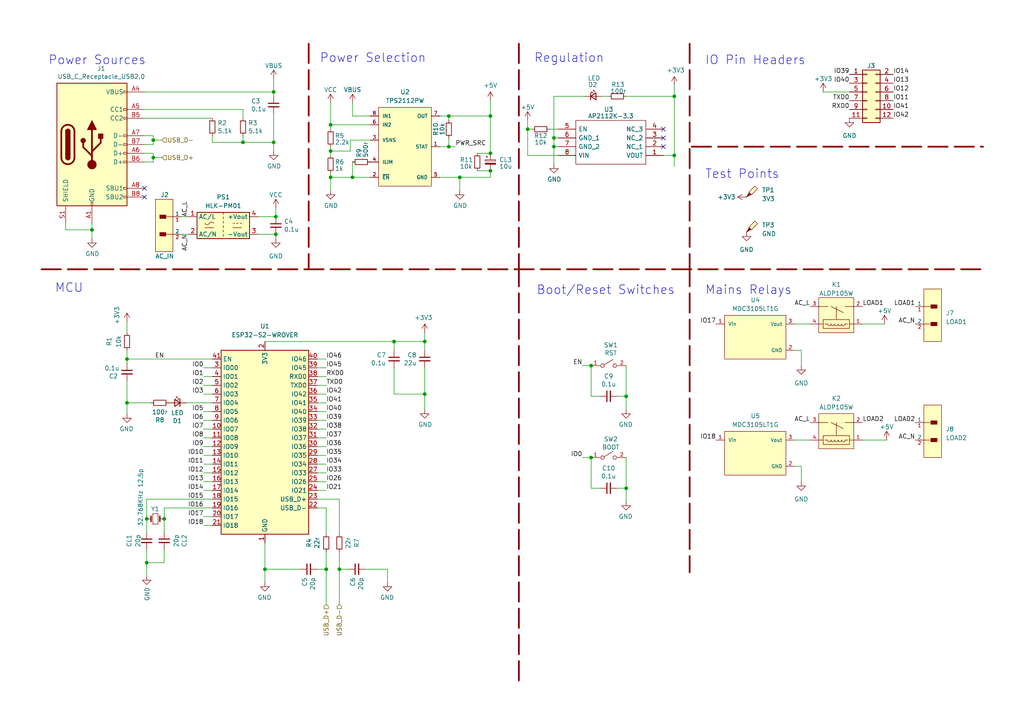
<source format=kicad_sch>
(kicad_sch (version 20210406) (generator eeschema)
  (paper "A4")
  (lib_symbols
    (symbol "Connector:TestPoint_Probe" (pin_numbers hide) (pin_names (offset 0.762) hide)
      (property "Reference" "TP" (at 1.651 5.842 0))
      (property "Value" "TestPoint_Probe" (at 1.651 4.064 0))
      (symbol "TestPoint_Probe_1_1"
        (pin passive line (at 0 0 90) (length 0) (name "1") (number "1"))
      )
    )
    (symbol "Connector:USB_C_Receptacle_USB2.0" (pin_names (offset 1.016))
      (property "Reference" "J" (at 2.7178 22.0218 0))
      (property "Value" "USB_C_Receptacle_USB2.0" (at 2.7178 19.7104 0))
      (symbol "USB_C_Receptacle_USB2.0_1_1"
        (pin passive line (at 0 -22.86 90) (length 5.08) (name "GND") (number "A1"))
        (pin passive line (at 0 -22.86 90) (length 5.08) hide (name "GND") (number "A12"))
        (pin passive line (at 15.24 15.24 180) (length 5.08) (name "VBUS") (number "A4"))
        (pin bidirectional line (at 15.24 10.16 180) (length 5.08) (name "CC1") (number "A5"))
        (pin bidirectional line (at 15.24 -2.54 180) (length 5.08) (name "D+") (number "A6"))
        (pin bidirectional line (at 15.24 2.54 180) (length 5.08) (name "D-") (number "A7"))
        (pin bidirectional line (at 15.24 -12.7 180) (length 5.08) (name "SBU1") (number "A8"))
        (pin power_out line (at 15.24 15.24 180) (length 5.08) hide (name "VBUS") (number "A9"))
        (pin passive line (at 0 -22.86 90) (length 5.08) hide (name "GND") (number "B1"))
        (pin passive line (at 0 -22.86 90) (length 5.08) hide (name "GND") (number "B12"))
        (pin passive line (at 15.24 15.24 180) (length 5.08) hide (name "VBUS") (number "B4"))
        (pin bidirectional line (at 15.24 7.62 180) (length 5.08) (name "CC2") (number "B5"))
        (pin bidirectional line (at 15.24 -5.08 180) (length 5.08) (name "D+") (number "B6"))
        (pin bidirectional line (at 15.24 0 180) (length 5.08) (name "D-") (number "B7"))
        (pin bidirectional line (at 15.24 -15.24 180) (length 5.08) (name "SBU2") (number "B8"))
        (pin passive line (at 15.24 15.24 180) (length 5.08) hide (name "VBUS") (number "B9"))
        (pin passive line (at -7.62 -22.86 90) (length 5.08) (name "SHIELD") (number "S1"))
      )
    )
    (symbol "Connector_Generic:Conn_02x06_Odd_Even" (pin_names (offset 1.016) hide)
      (property "Reference" "J" (at 1.27 7.62 0))
      (property "Value" "Conn_02x06_Odd_Even" (at 1.27 -10.16 0))
      (symbol "Conn_02x06_Odd_Even_1_1"
        (pin passive line (at -5.08 5.08 0) (length 3.81) (name "Pin_1") (number "1"))
        (pin passive line (at 7.62 -5.08 180) (length 3.81) (name "Pin_10") (number "10"))
        (pin passive line (at -5.08 -7.62 0) (length 3.81) (name "Pin_11") (number "11"))
        (pin passive line (at 7.62 -7.62 180) (length 3.81) (name "Pin_12") (number "12"))
        (pin passive line (at 7.62 5.08 180) (length 3.81) (name "Pin_2") (number "2"))
        (pin passive line (at -5.08 2.54 0) (length 3.81) (name "Pin_3") (number "3"))
        (pin passive line (at 7.62 2.54 180) (length 3.81) (name "Pin_4") (number "4"))
        (pin passive line (at -5.08 0 0) (length 3.81) (name "Pin_5") (number "5"))
        (pin passive line (at 7.62 0 180) (length 3.81) (name "Pin_6") (number "6"))
        (pin passive line (at -5.08 -2.54 0) (length 3.81) (name "Pin_7") (number "7"))
        (pin passive line (at 7.62 -2.54 180) (length 3.81) (name "Pin_8") (number "8"))
        (pin passive line (at -5.08 -5.08 0) (length 3.81) (name "Pin_9") (number "9"))
      )
    )
    (symbol "Converter_ACDC:HLK-PM01"
      (property "Reference" "PS1" (at 0 8.255 0))
      (property "Value" "HLK-PM01" (at 0 5.715 0))
      (symbol "HLK-PM01_1_1"
        (pin power_in line (at -10.16 2.54 0) (length 2.54) (name "AC/L") (number "1"))
        (pin power_in line (at -10.16 -2.54 0) (length 2.54) (name "AC/N") (number "2"))
        (pin passive line (at 10.16 -2.54 180) (length 2.54) (name "-Vout") (number "3"))
        (pin power_out line (at 10.16 2.54 180) (length 2.54) (name "+Vout") (number "4"))
      )
    )
    (symbol "Device:C_Polarized_Small" (pin_numbers hide) (pin_names (offset 0.254) hide)
      (property "Reference" "C" (at 0.254 1.778 0))
      (property "Value" "C_Polarized_Small" (at 0.254 -2.032 0))
      (symbol "C_Polarized_Small_1_1"
        (pin passive line (at 0 2.54 270) (length 1.8542) (name "~") (number "1"))
        (pin passive line (at 0 -2.54 90) (length 1.8542) (name "~") (number "2"))
      )
    )
    (symbol "Device:C_Small" (pin_numbers hide) (pin_names (offset 0.254) hide)
      (property "Reference" "C" (at 0.254 1.778 0))
      (property "Value" "C_Small" (at 0.254 -2.032 0))
      (symbol "C_Small_1_1"
        (pin passive line (at 0 2.54 270) (length 2.032) (name "~") (number "1"))
        (pin passive line (at 0 -2.54 90) (length 2.032) (name "~") (number "2"))
      )
    )
    (symbol "Device:Crystal_Small" (pin_numbers hide) (pin_names (offset 1.016) hide)
      (property "Reference" "Y" (at 0 2.54 0))
      (property "Value" "Crystal_Small" (at 0 -2.54 0))
      (symbol "Crystal_Small_1_1"
        (pin passive line (at -2.54 0 0) (length 1.27) (name "1") (number "1"))
        (pin passive line (at 2.54 0 180) (length 1.27) (name "2") (number "2"))
      )
    )
    (symbol "Device:LED_Small" (pin_numbers hide) (pin_names (offset 0.254) hide)
      (property "Reference" "D" (at -1.27 3.175 0))
      (property "Value" "LED_Small" (at -4.445 -2.54 0))
      (symbol "LED_Small_1_1"
        (pin passive line (at -2.54 0 0) (length 1.778) (name "K") (number "1"))
        (pin passive line (at 2.54 0 180) (length 1.778) (name "A") (number "2"))
      )
    )
    (symbol "Device:R_Small" (pin_numbers hide) (pin_names (offset 0.254) hide)
      (property "Reference" "R" (at 0.762 0.508 0))
      (property "Value" "R_Small" (at 0.762 -1.016 0))
      (symbol "R_Small_1_1"
        (pin passive line (at 0 2.54 270) (length 0.762) (name "~") (number "1"))
        (pin passive line (at 0 -2.54 90) (length 0.762) (name "~") (number "2"))
      )
    )
    (symbol "RF_Module:ESP32-S2-WROVER"
      (property "Reference" "U" (at -12.7 29.21 0))
      (property "Value" "ESP32-S2-WROVER" (at 2.54 29.21 0))
      (symbol "ESP32-S2-WROVER_1_1"
        (pin power_in line (at 0 -27.94 90) (length 2.54) (name "GND") (number "1"))
        (pin bidirectional line (at -15.24 5.08 0) (length 2.54) (name "IO07") (number "10"))
        (pin bidirectional line (at -15.24 2.54 0) (length 2.54) (name "IO08") (number "11"))
        (pin bidirectional line (at -15.24 0 0) (length 2.54) (name "IO09") (number "12"))
        (pin bidirectional line (at -15.24 -2.54 0) (length 2.54) (name "IO10") (number "13"))
        (pin bidirectional line (at -15.24 -5.08 0) (length 2.54) (name "IO11") (number "14"))
        (pin bidirectional line (at -15.24 -7.62 0) (length 2.54) (name "IO12") (number "15"))
        (pin bidirectional line (at -15.24 -10.16 0) (length 2.54) (name "IO13") (number "16"))
        (pin bidirectional line (at -15.24 -12.7 0) (length 2.54) (name "IO14") (number "17"))
        (pin bidirectional line (at -15.24 -15.24 0) (length 2.54) (name "IO15") (number "18"))
        (pin bidirectional line (at -15.24 -17.78 0) (length 2.54) (name "IO16") (number "19"))
        (pin power_in line (at 0 30.48 270) (length 2.54) (name "3V3") (number "2"))
        (pin bidirectional line (at -15.24 -20.32 0) (length 2.54) (name "IO17") (number "20"))
        (pin bidirectional line (at -15.24 -22.86 0) (length 2.54) (name "IO18") (number "21"))
        (pin bidirectional line (at 15.24 -17.78 180) (length 2.54) (name "USB_D-") (number "22"))
        (pin bidirectional line (at 15.24 -15.24 180) (length 2.54) (name "USB_D+") (number "23"))
        (pin bidirectional line (at 15.24 -12.7 180) (length 2.54) (name "IO21") (number "24"))
        (pin bidirectional line (at 15.24 -10.16 180) (length 2.54) (name "IO26") (number "25"))
        (pin passive line (at 0 -27.94 90) (length 2.54) hide (name "GND") (number "26"))
        (pin bidirectional line (at 15.24 -7.62 180) (length 2.54) (name "IO33") (number "27"))
        (pin bidirectional line (at 15.24 -5.08 180) (length 2.54) (name "IO34") (number "28"))
        (pin bidirectional line (at 15.24 -2.54 180) (length 2.54) (name "IO35") (number "29"))
        (pin bidirectional line (at -15.24 22.86 0) (length 2.54) (name "IO00") (number "3"))
        (pin bidirectional line (at 15.24 0 180) (length 2.54) (name "IO36") (number "30"))
        (pin bidirectional line (at 15.24 2.54 180) (length 2.54) (name "IO37") (number "31"))
        (pin bidirectional line (at 15.24 5.08 180) (length 2.54) (name "IO38") (number "32"))
        (pin bidirectional line (at 15.24 7.62 180) (length 2.54) (name "IO39") (number "33"))
        (pin bidirectional line (at 15.24 10.16 180) (length 2.54) (name "IO40") (number "34"))
        (pin bidirectional line (at 15.24 12.7 180) (length 2.54) (name "IO41") (number "35"))
        (pin bidirectional line (at 15.24 15.24 180) (length 2.54) (name "IO42") (number "36"))
        (pin bidirectional line (at 15.24 17.78 180) (length 2.54) (name "TXD0") (number "37"))
        (pin bidirectional line (at 15.24 20.32 180) (length 2.54) (name "RXD0") (number "38"))
        (pin bidirectional line (at 15.24 22.86 180) (length 2.54) (name "IO45") (number "39"))
        (pin bidirectional line (at -15.24 20.32 0) (length 2.54) (name "IO01") (number "4"))
        (pin input line (at 15.24 25.4 180) (length 2.54) (name "IO46") (number "40"))
        (pin input line (at -15.24 25.4 0) (length 2.54) (name "EN") (number "41"))
        (pin passive line (at 0 -27.94 90) (length 2.54) hide (name "GND") (number "42"))
        (pin passive line (at 0 -27.94 90) (length 2.54) hide (name "GND") (number "43"))
        (pin bidirectional line (at -15.24 17.78 0) (length 2.54) (name "IO02") (number "5"))
        (pin bidirectional line (at -15.24 15.24 0) (length 2.54) (name "IO03") (number "6"))
        (pin bidirectional line (at -15.24 12.7 0) (length 2.54) (name "IO04") (number "7"))
        (pin bidirectional line (at -15.24 10.16 0) (length 2.54) (name "IO05") (number "8"))
        (pin bidirectional line (at -15.24 7.62 0) (length 2.54) (name "IO06") (number "9"))
      )
    )
    (symbol "Reptile_Monitor:43650-0215" (pin_names (offset 0))
      (property "Reference" "J" (at 0 7.62 0))
      (property "Value" "43650-0215" (at 0 10.16 0))
      (symbol "43650-0215_1_1"
        (pin passive line (at -2.54 0 180) (length 2.54) (name "1") (number "1"))
        (pin passive line (at -2.54 -5.08 180) (length 2.54) (name "2") (number "2"))
      )
    )
    (symbol "Reptile_Monitor:ALDP105W" (pin_names (offset 1.016))
      (property "Reference" "K" (at 0 5.08 0))
      (property "Value" "ALDP105W" (at 0 7.62 0))
      (symbol "ALDP105W_1_1"
        (pin passive line (at 2.54 0 0) (length 2.54) (name "1") (number "1"))
        (pin passive line (at 2.54 -5.08 0) (length 2.54) (name "NO") (number "2"))
        (pin passive line (at 17.78 -5.08 180) (length 2.54) (name "COM") (number "3"))
        (pin passive line (at 17.78 0 180) (length 2.54) (name "4") (number "4"))
      )
    )
    (symbol "Reptile_Monitor:B3U-1000P" (pin_names (offset 1.016))
      (property "Reference" "SW" (at 0 5.08 0))
      (property "Value" "B3U-1000P" (at 0 7.62 0))
      (symbol "B3U-1000P_1_1"
        (pin passive line (at 2.54 0 0) (length 2.54) (name "1") (number "1"))
        (pin passive line (at 12.7 0 180) (length 2.54) (name "2") (number "2"))
      )
    )
    (symbol "Reptile_Monitor:MDC3105LT1G" (pin_names (offset 1.016))
      (property "Reference" "U" (at 0 5.08 0))
      (property "Value" "MDC3105LT1G" (at 0 7.62 0))
      (symbol "MDC3105LT1G_1_1"
        (pin input line (at 2.54 0 0) (length 2.54) (name "Vin") (number "1"))
        (pin power_in line (at 25.4 -7.62 180) (length 2.54) (name "GND") (number "2"))
        (pin output line (at 25.4 0 180) (length 2.54) (name "Vout") (number "3"))
      )
    )
    (symbol "Reptile_Monitor:TPS2112PW" (pin_names (offset 1.016))
      (property "Reference" "U" (at 0 5.08 0))
      (property "Value" "TPS2112PW" (at 0 7.62 0))
      (symbol "TPS2112PW_1_1"
        (pin open_collector line (at 22.86 -8.89 180) (length 2.54) (name "STAT") (number "1"))
        (pin input line (at 2.54 -17.78 0) (length 2.54) (name "~EN~") (number "2"))
        (pin input line (at 2.54 -6.985 0) (length 2.54) (name "VSNS") (number "3"))
        (pin input line (at 2.54 -13.335 0) (length 2.54) (name "ILIM") (number "4"))
        (pin power_out line (at 22.86 -17.78 180) (length 2.54) (name "GND") (number "5"))
        (pin power_in line (at 2.54 -2.54 0) (length 2.54) (name "IN2") (number "6"))
        (pin power_out line (at 22.86 0 180) (length 2.54) (name "OUT") (number "7"))
        (pin power_in line (at 2.54 0 0) (length 2.54) (name "IN1") (number "8"))
      )
    )
    (symbol "SamacSys_Parts:AP2112M-3.3TRG1" (pin_names (offset 0.762))
      (property "Reference" "IC" (at 26.67 7.62 0))
      (property "Value" "AP2112M-3.3TRG1" (at 26.67 5.08 0))
      (symbol "AP2112M-3.3TRG1_0_0"
        (pin passive line (at 0 0 0) (length 5.08) (name "VOUT") (number "1"))
        (pin passive line (at 0 -2.54 0) (length 5.08) (name "NC_1") (number "2"))
        (pin passive line (at 0 -5.08 0) (length 5.08) (name "NC_2") (number "3"))
        (pin passive line (at 0 -7.62 0) (length 5.08) (name "NC_3") (number "4"))
        (pin passive line (at 30.48 -7.62 180) (length 5.08) (name "EN") (number "5"))
        (pin passive line (at 30.48 -5.08 180) (length 5.08) (name "GND_1") (number "6"))
        (pin passive line (at 30.48 -2.54 180) (length 5.08) (name "GND_2") (number "7"))
        (pin passive line (at 30.48 0 180) (length 5.08) (name "VIN") (number "8"))
      )
    )
    (symbol "power:+3.3V" (power) (pin_names (offset 0))
      (property "Value" "+3.3V" (at 0 3.556 0))
      (symbol "+3.3V_1_1"
        (pin power_in line (at 0 0 90) (length 0) hide (name "+3V3") (number "1"))
      )
    )
    (symbol "power:+3V3" (power) (pin_names (offset 0))
      (property "Value" "+3V3" (at 0 3.556 0))
      (symbol "+3V3_1_1"
        (pin power_in line (at 0 0 90) (length 0) hide (name "+3V3") (number "1"))
      )
    )
    (symbol "power:+5V" (power) (pin_names (offset 0))
      (property "Value" "+5V" (at 0 3.556 0))
      (symbol "+5V_1_1"
        (pin power_in line (at 0 0 90) (length 0) hide (name "+5V") (number "1"))
      )
    )
    (symbol "power:GND" (power) (pin_names (offset 0))
      (property "Value" "GND" (at 0 -3.81 0))
      (symbol "GND_1_1"
        (pin power_in line (at 0 0 270) (length 0) hide (name "GND") (number "1"))
      )
    )
    (symbol "power:VBUS" (power) (pin_names (offset 0))
      (property "Value" "VBUS" (at 0 3.81 0))
      (symbol "VBUS_1_1"
        (pin power_in line (at 0 0 90) (length 0) hide (name "VBUS") (number "1"))
      )
    )
    (symbol "power:VCC" (power) (pin_names (offset 0))
      (property "Value" "VCC" (at 0 3.81 0))
      (symbol "VCC_1_1"
        (pin power_in line (at 0 0 90) (length 0) hide (name "VCC") (number "1"))
      )
    )
  )
  (junction (at 26.67 66.675) (diameter 0.9144))
  (junction (at 36.83 104.14) (diameter 0.9144))
  (junction (at 36.83 116.84) (diameter 0.9144))
  (junction (at 42.545 150.495) (diameter 0.9144))
  (junction (at 42.545 163.195) (diameter 0.9144))
  (junction (at 44.45 40.64) (diameter 0.9144))
  (junction (at 44.45 45.72) (diameter 0.9144))
  (junction (at 47.625 150.495) (diameter 0.9144))
  (junction (at 70.485 41.275) (diameter 0.9144))
  (junction (at 76.835 165.1) (diameter 0.9144))
  (junction (at 79.375 26.67) (diameter 0.9144))
  (junction (at 79.375 41.275) (diameter 0.9144))
  (junction (at 80.01 62.865) (diameter 0.9144))
  (junction (at 80.01 67.945) (diameter 0.9144))
  (junction (at 94.615 165.1) (diameter 0.9144))
  (junction (at 95.885 36.195) (diameter 0.9144))
  (junction (at 95.885 43.815) (diameter 0.9144))
  (junction (at 95.885 51.435) (diameter 0.9144))
  (junction (at 98.425 165.1) (diameter 0.9144))
  (junction (at 102.235 51.435) (diameter 0.9144))
  (junction (at 114.3 99.06) (diameter 0.9144))
  (junction (at 123.19 99.06) (diameter 0.9144))
  (junction (at 123.19 114.3) (diameter 0.9144))
  (junction (at 130.175 33.655) (diameter 0.9144))
  (junction (at 130.175 42.545) (diameter 0.9144))
  (junction (at 133.35 51.435) (diameter 0.9144))
  (junction (at 142.24 33.655) (diameter 0.9144))
  (junction (at 142.24 44.45) (diameter 0.9144))
  (junction (at 142.24 49.53) (diameter 0.9144))
  (junction (at 153.035 37.465) (diameter 0.9144))
  (junction (at 160.655 40.005) (diameter 0.9144))
  (junction (at 160.655 42.545) (diameter 0.9144))
  (junction (at 171.45 106.045) (diameter 0.9144))
  (junction (at 171.45 132.715) (diameter 0.9144))
  (junction (at 181.61 114.935) (diameter 0.9144))
  (junction (at 181.61 141.605) (diameter 0.9144))
  (junction (at 195.58 27.94) (diameter 0.9144))
  (junction (at 195.58 45.085) (diameter 0.9144))
  (no_connect (at 41.91 54.61))
  (no_connect (at 41.91 57.15))
  (no_connect (at 192.405 37.465))
  (no_connect (at 192.405 40.005))
  (no_connect (at 192.405 42.545))
  (wire (pts (xy 19.05 64.77) (xy 19.05 66.675)))
  (wire (pts (xy 19.05 66.675) (xy 26.67 66.675)))
  (wire (pts (xy 26.67 64.77) (xy 26.67 66.675)))
  (wire (pts (xy 26.67 66.675) (xy 26.67 69.215)))
  (wire (pts (xy 36.83 96.52) (xy 36.83 93.345)))
  (wire (pts (xy 36.83 101.6) (xy 36.83 104.14)))
  (wire (pts (xy 36.83 104.14) (xy 36.83 105.41)))
  (wire (pts (xy 36.83 104.14) (xy 61.595 104.14)))
  (wire (pts (xy 36.83 110.49) (xy 36.83 116.84)))
  (wire (pts (xy 36.83 116.84) (xy 36.83 120.015)))
  (wire (pts (xy 36.83 116.84) (xy 43.815 116.84)))
  (wire (pts (xy 41.91 26.67) (xy 79.375 26.67)))
  (wire (pts (xy 41.91 31.75) (xy 70.485 31.75)))
  (wire (pts (xy 41.91 34.29) (xy 61.595 34.29)))
  (wire (pts (xy 41.91 39.37) (xy 44.45 39.37)))
  (wire (pts (xy 41.91 41.91) (xy 44.45 41.91)))
  (wire (pts (xy 41.91 46.99) (xy 44.45 46.99)))
  (wire (pts (xy 42.545 144.78) (xy 42.545 150.495)))
  (wire (pts (xy 42.545 154.305) (xy 42.545 150.495)))
  (wire (pts (xy 42.545 159.385) (xy 42.545 163.195)))
  (wire (pts (xy 42.545 167.005) (xy 42.545 163.195)))
  (wire (pts (xy 44.45 39.37) (xy 44.45 40.64)))
  (wire (pts (xy 44.45 40.64) (xy 44.45 41.91)))
  (wire (pts (xy 44.45 44.45) (xy 41.91 44.45)))
  (wire (pts (xy 44.45 45.72) (xy 44.45 44.45)))
  (wire (pts (xy 44.45 46.99) (xy 44.45 45.72)))
  (wire (pts (xy 46.99 40.64) (xy 44.45 40.64)))
  (wire (pts (xy 46.99 45.72) (xy 44.45 45.72)))
  (wire (pts (xy 47.625 147.32) (xy 47.625 150.495)))
  (wire (pts (xy 47.625 150.495) (xy 47.625 154.305)))
  (wire (pts (xy 47.625 163.195) (xy 42.545 163.195)))
  (wire (pts (xy 47.625 163.195) (xy 47.625 159.385)))
  (wire (pts (xy 52.705 62.865) (xy 54.61 62.865)))
  (wire (pts (xy 52.705 67.945) (xy 54.61 67.945)))
  (wire (pts (xy 53.975 116.84) (xy 61.595 116.84)))
  (wire (pts (xy 59.055 106.68) (xy 61.595 106.68)))
  (wire (pts (xy 59.055 109.22) (xy 61.595 109.22)))
  (wire (pts (xy 59.055 111.76) (xy 61.595 111.76)))
  (wire (pts (xy 59.055 114.3) (xy 61.595 114.3)))
  (wire (pts (xy 59.055 119.38) (xy 61.595 119.38)))
  (wire (pts (xy 59.055 121.92) (xy 61.595 121.92)))
  (wire (pts (xy 59.055 124.46) (xy 61.595 124.46)))
  (wire (pts (xy 59.055 127) (xy 61.595 127)))
  (wire (pts (xy 59.055 129.54) (xy 61.595 129.54)))
  (wire (pts (xy 59.055 132.08) (xy 61.595 132.08)))
  (wire (pts (xy 59.055 134.62) (xy 61.595 134.62)))
  (wire (pts (xy 59.055 137.16) (xy 61.595 137.16)))
  (wire (pts (xy 59.055 139.7) (xy 61.595 139.7)))
  (wire (pts (xy 59.055 142.24) (xy 61.595 142.24)))
  (wire (pts (xy 59.055 149.86) (xy 61.595 149.86)))
  (wire (pts (xy 59.055 152.4) (xy 61.595 152.4)))
  (wire (pts (xy 61.595 39.37) (xy 61.595 41.275)))
  (wire (pts (xy 61.595 41.275) (xy 70.485 41.275)))
  (wire (pts (xy 61.595 144.78) (xy 42.545 144.78)))
  (wire (pts (xy 61.595 147.32) (xy 47.625 147.32)))
  (wire (pts (xy 70.485 31.75) (xy 70.485 34.29)))
  (wire (pts (xy 70.485 39.37) (xy 70.485 41.275)))
  (wire (pts (xy 70.485 41.275) (xy 79.375 41.275)))
  (wire (pts (xy 74.93 67.945) (xy 80.01 67.945)))
  (wire (pts (xy 76.835 157.48) (xy 76.835 165.1)))
  (wire (pts (xy 76.835 165.1) (xy 76.835 168.91)))
  (wire (pts (xy 79.375 22.86) (xy 79.375 26.67)))
  (wire (pts (xy 79.375 27.94) (xy 79.375 26.67)))
  (wire (pts (xy 79.375 41.275) (xy 79.375 33.02)))
  (wire (pts (xy 79.375 43.815) (xy 79.375 41.275)))
  (wire (pts (xy 80.01 60.325) (xy 80.01 62.865)))
  (wire (pts (xy 80.01 62.865) (xy 74.93 62.865)))
  (wire (pts (xy 80.01 67.945) (xy 80.01 69.215)))
  (wire (pts (xy 86.995 165.1) (xy 76.835 165.1)))
  (wire (pts (xy 92.075 109.22) (xy 94.615 109.22)))
  (wire (pts (xy 92.075 111.76) (xy 94.615 111.76)))
  (wire (pts (xy 92.075 114.3) (xy 94.615 114.3)))
  (wire (pts (xy 92.075 139.7) (xy 94.615 139.7)))
  (wire (pts (xy 92.075 142.24) (xy 94.615 142.24)))
  (wire (pts (xy 92.075 144.78) (xy 98.425 144.78)))
  (wire (pts (xy 92.075 147.32) (xy 94.615 147.32)))
  (wire (pts (xy 94.615 104.14) (xy 92.075 104.14)))
  (wire (pts (xy 94.615 106.68) (xy 92.075 106.68)))
  (wire (pts (xy 94.615 116.84) (xy 92.075 116.84)))
  (wire (pts (xy 94.615 119.38) (xy 92.075 119.38)))
  (wire (pts (xy 94.615 121.92) (xy 92.075 121.92)))
  (wire (pts (xy 94.615 124.46) (xy 92.075 124.46)))
  (wire (pts (xy 94.615 127) (xy 92.075 127)))
  (wire (pts (xy 94.615 129.54) (xy 92.075 129.54)))
  (wire (pts (xy 94.615 132.08) (xy 92.075 132.08)))
  (wire (pts (xy 94.615 134.62) (xy 92.075 134.62)))
  (wire (pts (xy 94.615 137.16) (xy 92.075 137.16)))
  (wire (pts (xy 94.615 154.94) (xy 94.615 147.32)))
  (wire (pts (xy 94.615 160.02) (xy 94.615 165.1)))
  (wire (pts (xy 94.615 165.1) (xy 92.075 165.1)))
  (wire (pts (xy 94.615 165.1) (xy 94.615 175.26)))
  (wire (pts (xy 95.885 29.845) (xy 95.885 36.195)))
  (wire (pts (xy 95.885 36.195) (xy 107.315 36.195)))
  (wire (pts (xy 95.885 37.465) (xy 95.885 36.195)))
  (wire (pts (xy 95.885 42.545) (xy 95.885 43.815)))
  (wire (pts (xy 95.885 43.815) (xy 95.885 45.085)))
  (wire (pts (xy 95.885 43.815) (xy 101.6 43.815)))
  (wire (pts (xy 95.885 50.165) (xy 95.885 51.435)))
  (wire (pts (xy 95.885 51.435) (xy 95.885 55.245)))
  (wire (pts (xy 98.425 154.94) (xy 98.425 144.78)))
  (wire (pts (xy 98.425 160.02) (xy 98.425 165.1)))
  (wire (pts (xy 98.425 165.1) (xy 98.425 175.26)))
  (wire (pts (xy 98.425 165.1) (xy 100.965 165.1)))
  (wire (pts (xy 101.6 40.64) (xy 107.315 40.64)))
  (wire (pts (xy 101.6 43.815) (xy 101.6 40.64)))
  (wire (pts (xy 102.235 29.845) (xy 102.235 33.655)))
  (wire (pts (xy 102.235 33.655) (xy 107.315 33.655)))
  (wire (pts (xy 102.235 46.99) (xy 102.235 51.435)))
  (wire (pts (xy 102.235 51.435) (xy 95.885 51.435)))
  (wire (pts (xy 102.235 51.435) (xy 107.315 51.435)))
  (wire (pts (xy 106.045 165.1) (xy 112.395 165.1)))
  (wire (pts (xy 112.395 165.1) (xy 112.395 168.91)))
  (wire (pts (xy 114.3 99.06) (xy 76.835 99.06)))
  (wire (pts (xy 114.3 101.6) (xy 114.3 99.06)))
  (wire (pts (xy 114.3 106.68) (xy 114.3 114.3)))
  (wire (pts (xy 114.3 114.3) (xy 123.19 114.3)))
  (wire (pts (xy 123.19 99.06) (xy 114.3 99.06)))
  (wire (pts (xy 123.19 99.06) (xy 123.19 96.52)))
  (wire (pts (xy 123.19 101.6) (xy 123.19 99.06)))
  (wire (pts (xy 123.19 114.3) (xy 123.19 106.68)))
  (wire (pts (xy 123.19 118.745) (xy 123.19 114.3)))
  (wire (pts (xy 127.635 33.655) (xy 130.175 33.655)))
  (wire (pts (xy 127.635 42.545) (xy 130.175 42.545)))
  (wire (pts (xy 127.635 51.435) (xy 133.35 51.435)))
  (wire (pts (xy 130.175 33.655) (xy 130.175 34.925)))
  (wire (pts (xy 130.175 33.655) (xy 142.24 33.655)))
  (wire (pts (xy 130.175 40.005) (xy 130.175 42.545)))
  (wire (pts (xy 130.175 42.545) (xy 132.08 42.545)))
  (wire (pts (xy 133.35 51.435) (xy 133.35 55.245)))
  (wire (pts (xy 133.35 51.435) (xy 142.24 51.435)))
  (wire (pts (xy 138.43 44.45) (xy 142.24 44.45)))
  (wire (pts (xy 138.43 49.53) (xy 142.24 49.53)))
  (wire (pts (xy 142.24 29.21) (xy 142.24 33.655)))
  (wire (pts (xy 142.24 33.655) (xy 142.24 44.45)))
  (wire (pts (xy 142.24 49.53) (xy 142.24 51.435)))
  (wire (pts (xy 153.035 34.925) (xy 153.035 37.465)))
  (wire (pts (xy 153.035 37.465) (xy 153.035 45.085)))
  (wire (pts (xy 153.035 37.465) (xy 154.305 37.465)))
  (wire (pts (xy 153.035 45.085) (xy 161.925 45.085)))
  (wire (pts (xy 159.385 37.465) (xy 161.925 37.465)))
  (wire (pts (xy 160.655 27.94) (xy 160.655 40.005)))
  (wire (pts (xy 160.655 40.005) (xy 160.655 42.545)))
  (wire (pts (xy 160.655 40.005) (xy 161.925 40.005)))
  (wire (pts (xy 160.655 42.545) (xy 160.655 47.625)))
  (wire (pts (xy 160.655 42.545) (xy 161.925 42.545)))
  (wire (pts (xy 169.545 27.94) (xy 160.655 27.94)))
  (wire (pts (xy 171.45 106.045) (xy 168.91 106.045)))
  (wire (pts (xy 171.45 106.045) (xy 171.45 114.935)))
  (wire (pts (xy 171.45 114.935) (xy 173.99 114.935)))
  (wire (pts (xy 171.45 132.715) (xy 168.91 132.715)))
  (wire (pts (xy 171.45 132.715) (xy 171.45 141.605)))
  (wire (pts (xy 171.45 141.605) (xy 173.99 141.605)))
  (wire (pts (xy 174.625 27.94) (xy 176.53 27.94)))
  (wire (pts (xy 179.07 114.935) (xy 181.61 114.935)))
  (wire (pts (xy 181.61 27.94) (xy 195.58 27.94)))
  (wire (pts (xy 181.61 114.935) (xy 181.61 106.045)))
  (wire (pts (xy 181.61 114.935) (xy 181.61 118.745)))
  (wire (pts (xy 181.61 132.715) (xy 181.61 141.605)))
  (wire (pts (xy 181.61 141.605) (xy 179.07 141.605)))
  (wire (pts (xy 181.61 145.415) (xy 181.61 141.605)))
  (wire (pts (xy 192.405 45.085) (xy 195.58 45.085)))
  (wire (pts (xy 195.58 24.765) (xy 195.58 27.94)))
  (wire (pts (xy 195.58 27.94) (xy 195.58 45.085)))
  (wire (pts (xy 195.58 45.085) (xy 195.58 48.26)))
  (wire (pts (xy 230.505 93.98) (xy 234.95 93.98)))
  (wire (pts (xy 230.505 101.6) (xy 232.41 101.6)))
  (wire (pts (xy 230.505 127.635) (xy 234.95 127.635)))
  (wire (pts (xy 230.505 135.255) (xy 232.41 135.255)))
  (wire (pts (xy 232.41 101.6) (xy 232.41 106.045)))
  (wire (pts (xy 232.41 135.255) (xy 232.41 139.7)))
  (wire (pts (xy 238.76 26.67) (xy 246.38 26.67)))
  (wire (pts (xy 250.19 93.98) (xy 256.54 93.98)))
  (wire (pts (xy 250.19 127.635) (xy 257.175 127.635)))
  (polyline (pts (xy 12.065 78.105) (xy 284.48 78.105)) (stroke (width 0.508) (type dash) (color 132 0 0 1)))
  (polyline (pts (xy 89.535 12.7) (xy 89.535 78.105)) (stroke (width 0.508) (type dash) (color 132 0 0 1)))
  (polyline (pts (xy 150.495 12.7) (xy 150.495 77.47)) (stroke (width 0.508) (type dash) (color 132 0 0 1)))
  (polyline (pts (xy 150.495 77.47) (xy 150.495 197.485)) (stroke (width 0.508) (type dash) (color 132 0 0 1)))
  (polyline (pts (xy 150.495 197.485) (xy 150.495 197.485)) (stroke (width 0) (type dash)))
  (polyline (pts (xy 200.025 12.7) (xy 200.025 77.47)) (stroke (width 0.508) (type dash) (color 132 0 0 1)))
  (polyline (pts (xy 200.025 77.47) (xy 200.025 165.989)) (stroke (width 0.508) (type dash) (color 132 0 0 1)))
  (polyline (pts (xy 200.66 42.545) (xy 285.115 42.545)) (stroke (width 0.508) (type dash) (color 132 0 0 1)))
  (text "Power Sources" (at 13.97 19.05 0) (effects (font (size 2.54 2.54)) (justify left bottom)))
  (text "MCU" (at 15.875 85.09 0) (effects (font (size 2.54 2.54)) (justify left bottom)))
  (text "Power Selection" (at 92.71 18.415 0) (effects (font (size 2.54 2.54)) (justify left bottom)))
  (text "Boot/Reset Switches" (at 155.575 85.725 0) (effects (font (size 2.54 2.54)) (justify left bottom)))
  (text "Regulation" (at 175.26 18.415 180) (effects (font (size 2.54 2.54)) (justify right bottom)))
  (text "IO Pin Headers" (at 204.47 19.05 0) (effects (font (size 2.54 2.54)) (justify left bottom)))
  (text "Test Points" (at 204.47 52.07 0) (effects (font (size 2.54 2.54)) (justify left bottom)))
  (text "Mains Relays" (at 204.47 85.725 0) (effects (font (size 2.54 2.54)) (justify left bottom)))
  (label "EN" (at 47.625 104.14 180))
  (label "AC_L" (at 54.61 62.865 90))
  (label "AC_N" (at 54.61 67.945 270))
  (label "IO0" (at 59.055 106.68 180))
  (label "IO1" (at 59.055 109.22 180))
  (label "IO2" (at 59.055 111.76 180))
  (label "IO3" (at 59.055 114.3 180))
  (label "IO5" (at 59.055 119.38 180))
  (label "IO6" (at 59.055 121.92 180))
  (label "IO7" (at 59.055 124.46 180))
  (label "IO8" (at 59.055 127 180))
  (label "IO9" (at 59.055 129.54 180))
  (label "IO10" (at 59.055 132.08 180))
  (label "IO11" (at 59.055 134.62 180))
  (label "IO12" (at 59.055 137.16 180))
  (label "IO13" (at 59.055 139.7 180))
  (label "IO14" (at 59.055 142.24 180))
  (label "IO15" (at 59.055 144.78 180))
  (label "IO16" (at 59.055 147.32 180))
  (label "IO17" (at 59.055 149.86 180))
  (label "IO18" (at 59.055 152.4 180))
  (label "IO46" (at 94.615 104.14 0))
  (label "IO45" (at 94.615 106.68 0))
  (label "RXD0" (at 94.615 109.22 0))
  (label "TXD0" (at 94.615 111.76 0))
  (label "IO42" (at 94.615 114.3 0))
  (label "IO41" (at 94.615 116.84 0))
  (label "IO40" (at 94.615 119.38 0))
  (label "IO39" (at 94.615 121.92 0))
  (label "IO38" (at 94.615 124.46 0))
  (label "IO37" (at 94.615 127 0))
  (label "IO36" (at 94.615 129.54 0))
  (label "IO35" (at 94.615 132.08 0))
  (label "IO34" (at 94.615 134.62 0))
  (label "IO33" (at 94.615 137.16 0))
  (label "IO26" (at 94.615 139.7 0))
  (label "IO21" (at 94.615 142.24 0))
  (label "PWR_SRC" (at 132.08 42.545 0))
  (label "EN" (at 168.91 106.045 180))
  (label "IO0" (at 168.91 132.715 180))
  (label "IO17" (at 207.645 93.98 180))
  (label "IO18" (at 207.645 127.635 180))
  (label "AC_L" (at 234.95 88.9 180))
  (label "AC_L" (at 234.95 122.555 180))
  (label "IO39" (at 246.38 21.59 180))
  (label "IO40" (at 246.38 24.13 180))
  (label "TXD0" (at 246.38 29.21 180))
  (label "RXD0" (at 246.38 31.75 180))
  (label "LOAD1" (at 250.19 88.9 0))
  (label "LOAD2" (at 250.19 122.555 0))
  (label "IO14" (at 259.08 21.59 0))
  (label "IO13" (at 259.08 24.13 0))
  (label "IO12" (at 259.08 26.67 0))
  (label "IO11" (at 259.08 29.21 0))
  (label "IO41" (at 259.08 31.75 0))
  (label "IO42" (at 259.08 34.29 0))
  (label "LOAD1" (at 265.43 88.9 180))
  (label "AC_N" (at 265.43 93.98 180))
  (label "LOAD2" (at 265.43 122.555 180))
  (label "AC_N" (at 265.43 127.635 180))
  (hierarchical_label "USB_D-" (shape input) (at 46.99 40.64 0))
  (hierarchical_label "USB_D+" (shape input) (at 46.99 45.72 0))
  (hierarchical_label "USB_D+" (shape input) (at 94.615 175.26 270))
  (hierarchical_label "USB_D-" (shape input) (at 98.425 175.26 270))
  (symbol (lib_id "power:+3V3") (at 36.83 93.345 0) (mirror y) (unit 1)
    (property "Reference" "#PWR02" (effects hide))
    (property "Value" "+3V3" (at 33.909 91.4908 90))
  )
  (symbol (lib_id "power:VBUS") (at 79.375 22.86 0) (unit 1)
    (property "Reference" "#PWR06" (effects hide))
    (property "Value" "VBUS" (at 79.375 19.05 0))
  )
  (symbol (lib_id "power:VCC") (at 80.01 60.325 0) (unit 1)
    (property "Reference" "#PWR08" (effects hide))
    (property "Value" "VCC" (at 80.01 56.515 0))
  )
  (symbol (lib_id "power:VCC") (at 95.885 29.845 0) (unit 1)
    (property "Reference" "#PWR010" (effects hide))
    (property "Value" "VCC" (at 95.885 26.035 0))
  )
  (symbol (lib_id "power:VBUS") (at 102.235 29.845 0) (unit 1)
    (property "Reference" "#PWR012" (effects hide))
    (property "Value" "VBUS" (at 102.235 26.035 0))
  )
  (symbol (lib_id "power:+3V3") (at 123.19 96.52 0) (mirror y) (unit 1)
    (property "Reference" "#PWR014" (effects hide))
    (property "Value" "+3V3" (at 122.809 92.1258 0))
  )
  (symbol (lib_id "power:+5V") (at 142.24 29.21 0) (unit 1)
    (property "Reference" "#PWR017" (effects hide))
    (property "Value" "+5V" (at 142.24 24.765 0))
  )
  (symbol (lib_id "power:+5V") (at 153.035 34.925 0) (unit 1)
    (property "Reference" "#PWR018" (effects hide))
    (property "Value" "+5V" (at 153.035 31.115 0))
  )
  (symbol (lib_id "power:+3V3") (at 195.58 24.765 0) (unit 1)
    (property "Reference" "#PWR022" (effects hide))
    (property "Value" "+3V3" (at 195.961 20.3708 0))
  )
  (symbol (lib_id "power:+3.3V") (at 216.535 57.15 90) (unit 1)
    (property "Reference" "#PWR027" (effects hide))
    (property "Value" "+3.3V" (at 213.36 57.1499 90) (effects (justify left)))
  )
  (symbol (lib_id "power:+3.3V") (at 238.76 26.67 0) (unit 1)
    (property "Reference" "#PWR0102" (effects hide))
    (property "Value" "+3.3V" (at 238.76 22.86 0))
  )
  (symbol (lib_id "power:+5V") (at 256.54 93.98 0) (unit 1)
    (property "Reference" "#PWR0104" (effects hide))
    (property "Value" "+5V" (at 256.54 90.17 0))
  )
  (symbol (lib_id "power:+5V") (at 257.175 127.635 0) (unit 1)
    (property "Reference" "#PWR0103" (effects hide))
    (property "Value" "+5V" (at 257.175 123.825 0))
  )
  (symbol (lib_id "power:GND") (at 26.67 69.215 0) (unit 1)
    (property "Reference" "#PWR01" (effects hide))
    (property "Value" "GND" (at 26.797 73.6092 0))
  )
  (symbol (lib_id "power:GND") (at 36.83 120.015 0) (mirror y) (unit 1)
    (property "Reference" "#PWR03" (effects hide))
    (property "Value" "GND" (at 36.703 124.4092 0))
  )
  (symbol (lib_id "power:GND") (at 42.545 167.005 0) (unit 1)
    (property "Reference" "#PWR04" (effects hide))
    (property "Value" "GND" (at 42.672 170.2562 90) (effects (justify right)))
  )
  (symbol (lib_id "power:GND") (at 76.835 168.91 0) (mirror y) (unit 1)
    (property "Reference" "#PWR05" (effects hide))
    (property "Value" "GND" (at 76.708 173.3042 0))
  )
  (symbol (lib_id "power:GND") (at 79.375 43.815 0) (unit 1)
    (property "Reference" "#PWR07" (effects hide))
    (property "Value" "GND" (at 79.502 48.2092 0))
  )
  (symbol (lib_id "power:GND") (at 80.01 69.215 0) (unit 1)
    (property "Reference" "#PWR09" (effects hide))
    (property "Value" "GND" (at 80.01 74.295 0))
  )
  (symbol (lib_id "power:GND") (at 95.885 55.245 0) (unit 1)
    (property "Reference" "#PWR011" (effects hide))
    (property "Value" "GND" (at 96.012 59.6392 0))
  )
  (symbol (lib_id "power:GND") (at 112.395 168.91 0) (mirror y) (unit 1)
    (property "Reference" "#PWR013" (effects hide))
    (property "Value" "GND" (at 112.268 173.3042 0))
  )
  (symbol (lib_id "power:GND") (at 123.19 118.745 0) (unit 1)
    (property "Reference" "#PWR015" (effects hide))
    (property "Value" "GND" (at 123.317 123.1392 0))
  )
  (symbol (lib_id "power:GND") (at 133.35 55.245 0) (unit 1)
    (property "Reference" "#PWR016" (effects hide))
    (property "Value" "GND" (at 133.477 59.6392 0))
  )
  (symbol (lib_id "power:GND") (at 160.655 47.625 0) (unit 1)
    (property "Reference" "#PWR019" (effects hide))
    (property "Value" "GND" (at 160.782 52.0192 0))
  )
  (symbol (lib_id "power:GND") (at 181.61 118.745 0) (mirror y) (unit 1)
    (property "Reference" "#PWR020" (effects hide))
    (property "Value" "GND" (at 181.483 123.1392 0))
  )
  (symbol (lib_id "power:GND") (at 181.61 145.415 0) (mirror y) (unit 1)
    (property "Reference" "#PWR021" (effects hide))
    (property "Value" "GND" (at 181.483 149.8092 0))
  )
  (symbol (lib_id "power:GND") (at 216.535 67.31 0) (unit 1)
    (property "Reference" "#PWR031" (effects hide))
    (property "Value" "GND" (at 216.535 72.39 0))
  )
  (symbol (lib_id "power:GND") (at 232.41 106.045 0) (unit 1)
    (property "Reference" "#PWR023" (effects hide))
    (property "Value" "GND" (at 232.41 111.125 0))
  )
  (symbol (lib_id "power:GND") (at 232.41 139.7 0) (unit 1)
    (property "Reference" "#PWR024" (effects hide))
    (property "Value" "GND" (at 232.41 144.78 0))
  )
  (symbol (lib_id "power:GND") (at 246.38 34.29 0) (unit 1)
    (property "Reference" "#PWR0101" (effects hide))
    (property "Value" "GND" (at 246.38 39.37 0))
  )
  (symbol (lib_id "Device:R_Small") (at 36.83 99.06 0) (mirror y) (unit 1)
    (property "Reference" "R1" (at 31.6484 99.06 90))
    (property "Value" "10k" (at 34.417 99.06 90))
    (property "Footprint" "Resistor_SMD:R_0603_1608Metric" (effects hide))
    (property "LCSC" "C99198" (effects hide))
  )
  (symbol (lib_id "Device:R_Small") (at 46.355 116.84 270) (mirror x) (unit 1)
    (property "Reference" "R8" (at 46.355 121.8184 90))
    (property "Value" "100r" (at 46.355 119.507 90))
    (property "Footprint" "Resistor_SMD:R_0603_1608Metric" (effects hide))
    (property "LCSC" "C22775" (effects hide))
  )
  (symbol (lib_id "Device:R_Small") (at 61.595 36.83 0) (unit 1)
    (property "Reference" "R2" (at 63.0936 35.6616 0) (effects (justify left)))
    (property "Value" "5.1k" (at 63.0936 37.973 0) (effects (justify left)))
    (property "Footprint" "Resistor_SMD:R_0603_1608Metric" (effects hide))
    (property "LCSC" "C163928" (effects hide))
  )
  (symbol (lib_id "Device:R_Small") (at 70.485 36.83 0) (unit 1)
    (property "Reference" "R3" (at 71.9836 35.6616 0) (effects (justify left)))
    (property "Value" "5.1k" (at 71.9836 37.973 0) (effects (justify left)))
    (property "Footprint" "Resistor_SMD:R_0603_1608Metric" (effects hide))
    (property "LCSC" "C163928" (effects hide))
  )
  (symbol (lib_id "Device:R_Small") (at 94.615 157.48 0) (mirror x) (unit 1)
    (property "Reference" "R4" (at 89.6366 157.48 90))
    (property "Value" "22r" (at 91.948 157.48 90))
    (property "Footprint" "Resistor_SMD:R_0603_1608Metric" (effects hide))
    (property "LCSC" "C23345" (effects hide))
  )
  (symbol (lib_id "Device:R_Small") (at 95.885 40.005 0) (unit 1)
    (property "Reference" "R5" (at 97.155 39.3699 0) (effects (justify left)))
    (property "Value" "2.2k" (at 97.155 41.2749 0) (effects (justify left)))
    (property "Footprint" "Resistor_SMD:R_0603_1608Metric" (effects hide))
  )
  (symbol (lib_id "Device:R_Small") (at 95.885 47.625 0) (unit 1)
    (property "Reference" "R6" (at 97.155 46.9899 0) (effects (justify left)))
    (property "Value" "1k" (at 97.155 48.8949 0) (effects (justify left)))
    (property "Footprint" "Resistor_SMD:R_0603_1608Metric" (effects hide))
  )
  (symbol (lib_id "Device:R_Small") (at 98.425 157.48 0) (mirror x) (unit 1)
    (property "Reference" "R7" (at 103.505 157.48 90))
    (property "Value" "22r" (at 100.965 157.48 90))
    (property "Footprint" "Resistor_SMD:R_0603_1608Metric" (effects hide))
    (property "LCSC" "C23345" (effects hide))
  )
  (symbol (lib_id "Device:R_Small") (at 104.775 46.99 90) (unit 1)
    (property "Reference" "R9" (at 104.1399 45.72 0) (effects (justify left)))
    (property "Value" "500r" (at 106.0449 45.72 0) (effects (justify left)))
    (property "Footprint" "Resistor_SMD:R_0603_1608Metric" (effects hide))
  )
  (symbol (lib_id "Device:R_Small") (at 130.175 37.465 180) (unit 1)
    (property "Reference" "R10" (at 126.365 37.465 90))
    (property "Value" "10k" (at 128.27 37.465 90))
    (property "Footprint" "Resistor_SMD:R_0603_1608Metric" (effects hide))
  )
  (symbol (lib_id "Device:R_Small") (at 138.43 46.99 180) (unit 1)
    (property "Reference" "R11" (at 133.35 46.3549 0) (effects (justify right)))
    (property "Value" "10k" (at 133.35 48.2599 0) (effects (justify right)))
    (property "Footprint" "Resistor_SMD:R_0603_1608Metric" (effects hide))
  )
  (symbol (lib_id "Device:R_Small") (at 156.845 37.465 270) (unit 1)
    (property "Reference" "R12" (at 156.845 39.37 90))
    (property "Value" "10k" (at 156.845 41.275 90))
    (property "Footprint" "Resistor_SMD:R_0603_1608Metric" (effects hide))
  )
  (symbol (lib_id "Device:R_Small") (at 179.07 27.94 270) (unit 1)
    (property "Reference" "R13" (at 177.2666 24.5364 90) (effects (justify left)))
    (property "Value" "100r" (at 177.038 26.4414 90) (effects (justify left)))
    (property "Footprint" "Resistor_SMD:R_0603_1608Metric" (effects hide))
    (property "LCSC" "C22775" (effects hide))
  )
  (symbol (lib_id "Connector:TestPoint_Probe") (at 216.535 57.15 0) (unit 1)
    (property "Reference" "TP1" (at 220.98 55.1179 0) (effects (justify left)))
    (property "Value" "3V3" (at 220.98 57.6579 0) (effects (justify left)))
    (property "Footprint" "TestPoint:TestPoint_THTPad_1.0x1.0mm_Drill0.5mm" (effects hide))
  )
  (symbol (lib_id "Connector:TestPoint_Probe") (at 216.535 67.31 0) (unit 1)
    (property "Reference" "TP3" (at 220.98 65.2779 0) (effects (justify left)))
    (property "Value" "GND" (at 220.98 67.8179 0) (effects (justify left)))
    (property "Footprint" "TestPoint:TestPoint_THTPad_1.0x1.0mm_Drill0.5mm" (effects hide))
  )
  (symbol (lib_id "Device:LED_Small") (at 51.435 116.84 0) (mirror y) (unit 1)
    (property "Reference" "D1" (at 51.435 122.047 0))
    (property "Value" "LED" (at 51.435 119.7356 0))
    (property "Footprint" "LED_SMD:LED_0603_1608Metric" (effects hide))
    (property "LCSC" "C205443" (effects hide))
  )
  (symbol (lib_id "Device:LED_Small") (at 172.085 27.94 0) (unit 1)
    (property "Reference" "D2" (at 173.2534 24.5872 0) (effects (justify right)))
    (property "Value" "LED" (at 174.117 22.6822 0) (effects (justify right)))
    (property "Footprint" "LED_SMD:LED_0603_1608Metric" (effects hide))
    (property "LCSC" "C205445" (effects hide))
  )
  (symbol (lib_id "Device:Crystal_Small") (at 45.085 150.495 0) (mirror y) (unit 1)
    (property "Reference" "Y1" (at 46.2534 147.6248 0) (effects (justify left)))
    (property "Value" "32.768KHz 12.5p" (at 40.767 152.7048 90) (effects (justify left)))
    (property "Footprint" "Reptile_Monitor:Crystal_SMD_3215-2Pin_3.2x1.5mm" (effects hide))
    (property "LCSC" "C271654" (effects hide))
  )
  (symbol (lib_id "Device:C_Polarized_Small") (at 142.24 46.99 0) (unit 1)
    (property "Reference" "CL3" (at 144.78 46.3549 0) (effects (justify left)))
    (property "Value" "10u" (at 144.78 48.2599 0) (effects (justify left)))
    (property "Footprint" "Capacitor_SMD:C_0603_1608Metric" (effects hide))
  )
  (symbol (lib_id "Device:C_Small") (at 36.83 107.95 0) (mirror y) (unit 1)
    (property "Reference" "C2" (at 31.5468 109.1184 0) (effects (justify right)))
    (property "Value" "0.1u" (at 30.2768 106.807 0) (effects (justify right)))
    (property "Footprint" "Capacitor_SMD:C_0603_1608Metric" (effects hide))
    (property "LCSC" "C14663" (effects hide))
  )
  (symbol (lib_id "Device:C_Small") (at 42.545 156.845 0) (mirror y) (unit 1)
    (property "Reference" "CL1" (at 37.465 156.845 90))
    (property "Value" "20p" (at 40.005 156.845 90))
    (property "Footprint" "Capacitor_SMD:C_0603_1608Metric" (effects hide))
    (property "LCSC" "C1648" (effects hide))
  )
  (symbol (lib_id "Device:C_Small") (at 47.625 156.845 0) (mirror y) (unit 1)
    (property "Reference" "CL2" (at 53.4416 156.845 90))
    (property "Value" "20p" (at 51.1302 156.845 90))
    (property "Footprint" "Capacitor_SMD:C_0603_1608Metric" (effects hide))
    (property "LCSC" "C1648" (effects hide))
  )
  (symbol (lib_id "Device:C_Small") (at 79.375 30.48 0) (unit 1)
    (property "Reference" "C3" (at 72.8218 29.3116 0) (effects (justify left)))
    (property "Value" "0.1u" (at 72.8218 31.623 0) (effects (justify left)))
    (property "Footprint" "Capacitor_SMD:C_0603_1608Metric" (effects hide))
    (property "LCSC" "C14663" (effects hide))
  )
  (symbol (lib_id "Device:C_Small") (at 80.01 65.405 0) (unit 1)
    (property "Reference" "C4" (at 82.3468 64.2366 0) (effects (justify left)))
    (property "Value" "0.1u" (at 82.3468 66.548 0) (effects (justify left)))
    (property "Footprint" "Capacitor_SMD:C_0603_1608Metric" (effects hide))
    (property "LCSC" "C14663" (effects hide))
  )
  (symbol (lib_id "Device:C_Small") (at 89.535 165.1 90) (mirror x) (unit 1)
    (property "Reference" "C5" (at 88.3666 167.4368 0) (effects (justify left)))
    (property "Value" "20p" (at 90.678 167.4368 0) (effects (justify left)))
    (property "Footprint" "Capacitor_SMD:C_0603_1608Metric" (effects hide))
    (property "LCSC" "C1648" (effects hide))
  )
  (symbol (lib_id "Device:C_Small") (at 103.505 165.1 90) (mirror x) (unit 1)
    (property "Reference" "C6" (at 102.3366 167.4368 0) (effects (justify left)))
    (property "Value" "20p" (at 104.648 167.4368 0) (effects (justify left)))
    (property "Footprint" "Capacitor_SMD:C_0603_1608Metric" (effects hide))
    (property "LCSC" "C1648" (effects hide))
  )
  (symbol (lib_id "Device:C_Small") (at 114.3 104.14 0) (mirror y) (unit 1)
    (property "Reference" "C7" (at 111.9632 102.9716 0) (effects (justify left)))
    (property "Value" "0.1u" (at 111.9632 105.283 0) (effects (justify left)))
    (property "Footprint" "Capacitor_SMD:C_0603_1608Metric" (effects hide))
    (property "LCSC" "C14663" (effects hide))
  )
  (symbol (lib_id "Device:C_Small") (at 123.19 104.14 0) (mirror y) (unit 1)
    (property "Reference" "C8" (at 120.8532 102.9716 0) (effects (justify left)))
    (property "Value" "22u" (at 120.8532 105.283 0) (effects (justify left)))
    (property "Footprint" "Capacitor_SMD:C_0603_1608Metric" (effects hide))
    (property "LCSC" "C84419" (effects hide))
  )
  (symbol (lib_id "Device:C_Small") (at 176.53 114.935 90) (mirror x) (unit 1)
    (property "Reference" "C9" (at 176.53 109.1184 90))
    (property "Value" "0.1u" (at 176.53 111.4298 90))
    (property "Footprint" "Capacitor_SMD:C_0603_1608Metric" (effects hide))
    (property "LCSC" "C14663" (effects hide))
  )
  (symbol (lib_id "Device:C_Small") (at 176.53 141.605 90) (mirror x) (unit 1)
    (property "Reference" "C10" (at 176.53 135.7884 90))
    (property "Value" "0.1u" (at 176.53 138.0998 90))
    (property "Footprint" "Capacitor_SMD:C_0603_1608Metric" (effects hide))
    (property "LCSC" "C14663" (effects hide))
  )
  (symbol (lib_id "Reptile_Monitor:B3U-1000P") (at 168.91 106.045 0) (unit 1)
    (property "Reference" "SW1" (at 177.165 100.076 0))
    (property "Value" "RST" (at 177.165 102.3874 0))
    (property "Footprint" "reptile-monitor:Omron-B3U-1000P-MFG" (effects hide))
    (property "Datasheet" "https://omronfs.omron.com/en_US/ecb/products/pdf/en-b3u.pdf" (effects hide))
    (property "LCSC" "C115357" (effects hide))
    (property "ambient temperature range high" "+70°C" (effects hide))
    (property "ambient temperature range low" "-25°C" (effects hide))
    (property "automotive" "No" (effects hide))
    (property "category" "Switch" (effects hide))
    (property "contact current rating" "50mA" (effects hide))
    (property "contact resistance" "100mΩ" (effects hide))
    (property "current rating" "0.05A" (effects hide))
    (property "device class L1" "Electromechanical" (effects hide))
    (property "device class L2" "Switches" (effects hide))
    (property "device class L3" "Tactile Switches" (effects hide))
    (property "digikey description" "SWITCH TACTILE SPST-NO 0.05A 12V" (effects hide))
    (property "digikey part number" "SW1020CT-ND" (effects hide))
    (property "electromechanical life" "200000Cycles" (effects hide))
    (property "height" "1.75mm" (effects hide))
    (property "lead free" "Yes" (effects hide))
    (property "library id" "b933800f68cdf4c7" (effects hide))
    (property "manufacturer" "Omron" (effects hide))
    (property "mount" "Surface Mount" (effects hide))
    (property "mouser part number" "653-B3U-1000P" (effects hide))
    (property "operating force" "1.5N" (effects hide))
    (property "package" "SW_SMT_3MM2_2MM7" (effects hide))
    (property "rohs" "Yes" (effects hide))
    (property "temperature range high" "+70°C" (effects hide))
    (property "temperature range low" "-25°C" (effects hide))
    (property "throw configuration" "SPST-NO" (effects hide))
    (property "voltage rating DC" "12V" (effects hide))
  )
  (symbol (lib_id "Reptile_Monitor:B3U-1000P") (at 168.91 132.715 0) (unit 1)
    (property "Reference" "SW2" (at 177.165 127.381 0))
    (property "Value" "BOOT" (at 177.165 129.6924 0))
    (property "Footprint" "reptile-monitor:Omron-B3U-1000P-MFG" (effects hide))
    (property "Datasheet" "https://omronfs.omron.com/en_US/ecb/products/pdf/en-b3u.pdf" (effects hide))
    (property "LCSC" "C115357" (effects hide))
    (property "ambient temperature range high" "+70°C" (effects hide))
    (property "ambient temperature range low" "-25°C" (effects hide))
    (property "automotive" "No" (effects hide))
    (property "category" "Switch" (effects hide))
    (property "contact current rating" "50mA" (effects hide))
    (property "contact resistance" "100mΩ" (effects hide))
    (property "current rating" "0.05A" (effects hide))
    (property "device class L1" "Electromechanical" (effects hide))
    (property "device class L2" "Switches" (effects hide))
    (property "device class L3" "Tactile Switches" (effects hide))
    (property "digikey description" "SWITCH TACTILE SPST-NO 0.05A 12V" (effects hide))
    (property "digikey part number" "SW1020CT-ND" (effects hide))
    (property "electromechanical life" "200000Cycles" (effects hide))
    (property "height" "1.75mm" (effects hide))
    (property "lead free" "Yes" (effects hide))
    (property "library id" "b933800f68cdf4c7" (effects hide))
    (property "manufacturer" "Omron" (effects hide))
    (property "mount" "Surface Mount" (effects hide))
    (property "mouser part number" "653-B3U-1000P" (effects hide))
    (property "operating force" "1.5N" (effects hide))
    (property "package" "SW_SMT_3MM2_2MM7" (effects hide))
    (property "rohs" "Yes" (effects hide))
    (property "temperature range high" "+70°C" (effects hide))
    (property "temperature range low" "-25°C" (effects hide))
    (property "throw configuration" "SPST-NO" (effects hide))
    (property "voltage rating DC" "12V" (effects hide))
  )
  (symbol (lib_id "Reptile_Monitor:43650-0215") (at 55.245 62.865 0) (unit 1)
    (property "Reference" "J2" (at 47.752 56.515 0))
    (property "Value" "AC_IN" (at 47.752 74.295 0))
    (property "Footprint" "reptile-monitor:Molex-43650-0215-0-0-MFG" (effects hide))
    (property "Datasheet" "https://www.molex.com/pdm_docs/sd/436500215_sd.pdf" (effects hide))
    (property "category" "Conn" (effects hide))
    (property "contact material" "Tin,Brass" (effects hide))
    (property "current rating" "8.5A" (effects hide))
    (property "device class L1" "Connectors" (effects hide))
    (property "device class L2" "Board to Board Connectors" (effects hide))
    (property "device class L3" "unset" (effects hide))
    (property "digikey description" "CONN HEADER 2POS 3MM VERT TIN" (effects hide))
    (property "digikey part number" "WM1917-ND" (effects hide))
    (property "footprint url" "http://www.molex.com/pdm_docs/sd/436500200_sd.pdf" (effects hide))
    (property "height" "10.15mm" (effects hide))
    (property "is connector" "yes" (effects hide))
    (property "is male" "yes" (effects hide))
    (property "lead free" "yes" (effects hide))
    (property "library id" "bd6a551cc925a413" (effects hide))
    (property "manufacturer" "Molex" (effects hide))
    (property "mouser description" "Headers & Wire Housings MICRO-FIT 3.0 HEADER" (effects hide))
    (property "mouser part number" "538-43650-0215" (effects hide))
    (property "number of contacts" "2" (effects hide))
    (property "number of rows" "1" (effects hide))
    (property "package" "CONN_2POS" (effects hide))
    (property "rohs" "yes" (effects hide))
    (property "temperature range high" "+105°C" (effects hide))
    (property "temperature range low" "-40°C" (effects hide))
    (property "voltage rating" "600V" (effects hide))
    (property "3DS Part Number" "610-00029" (effects hide))
  )
  (symbol (lib_id "Reptile_Monitor:43650-0215") (at 262.89 88.9 0) (mirror y) (unit 1)
    (property "Reference" "J7" (at 274.32 90.8049 0) (effects (justify right)))
    (property "Value" "LOAD1" (at 274.32 93.3449 0) (effects (justify right)))
    (property "Footprint" "reptile-monitor:Molex-43650-0215-0-0-MFG" (effects hide))
    (property "Datasheet" "https://www.molex.com/pdm_docs/sd/436500215_sd.pdf" (effects hide))
    (property "category" "Conn" (effects hide))
    (property "contact material" "Tin,Brass" (effects hide))
    (property "current rating" "8.5A" (effects hide))
    (property "device class L1" "Connectors" (effects hide))
    (property "device class L2" "Board to Board Connectors" (effects hide))
    (property "device class L3" "unset" (effects hide))
    (property "digikey description" "CONN HEADER 2POS 3MM VERT TIN" (effects hide))
    (property "digikey part number" "WM1917-ND" (effects hide))
    (property "footprint url" "http://www.molex.com/pdm_docs/sd/436500200_sd.pdf" (effects hide))
    (property "height" "10.15mm" (effects hide))
    (property "is connector" "yes" (effects hide))
    (property "is male" "yes" (effects hide))
    (property "lead free" "yes" (effects hide))
    (property "library id" "bd6a551cc925a413" (effects hide))
    (property "manufacturer" "Molex" (effects hide))
    (property "mouser description" "Headers & Wire Housings MICRO-FIT 3.0 HEADER" (effects hide))
    (property "mouser part number" "538-43650-0215" (effects hide))
    (property "number of contacts" "2" (effects hide))
    (property "number of rows" "1" (effects hide))
    (property "package" "CONN_2POS" (effects hide))
    (property "rohs" "yes" (effects hide))
    (property "temperature range high" "+105°C" (effects hide))
    (property "temperature range low" "-40°C" (effects hide))
    (property "voltage rating" "600V" (effects hide))
    (property "3DS Part Number" "610-00029" (effects hide))
  )
  (symbol (lib_id "Reptile_Monitor:43650-0215") (at 262.89 122.555 0) (mirror y) (unit 1)
    (property "Reference" "J8" (at 274.32 124.4599 0) (effects (justify right)))
    (property "Value" "LOAD2" (at 274.32 126.9999 0) (effects (justify right)))
    (property "Footprint" "reptile-monitor:Molex-43650-0215-0-0-MFG" (effects hide))
    (property "Datasheet" "https://www.molex.com/pdm_docs/sd/436500215_sd.pdf" (effects hide))
    (property "category" "Conn" (effects hide))
    (property "contact material" "Tin,Brass" (effects hide))
    (property "current rating" "8.5A" (effects hide))
    (property "device class L1" "Connectors" (effects hide))
    (property "device class L2" "Board to Board Connectors" (effects hide))
    (property "device class L3" "unset" (effects hide))
    (property "digikey description" "CONN HEADER 2POS 3MM VERT TIN" (effects hide))
    (property "digikey part number" "WM1917-ND" (effects hide))
    (property "footprint url" "http://www.molex.com/pdm_docs/sd/436500200_sd.pdf" (effects hide))
    (property "height" "10.15mm" (effects hide))
    (property "is connector" "yes" (effects hide))
    (property "is male" "yes" (effects hide))
    (property "lead free" "yes" (effects hide))
    (property "library id" "bd6a551cc925a413" (effects hide))
    (property "manufacturer" "Molex" (effects hide))
    (property "mouser description" "Headers & Wire Housings MICRO-FIT 3.0 HEADER" (effects hide))
    (property "mouser part number" "538-43650-0215" (effects hide))
    (property "number of contacts" "2" (effects hide))
    (property "number of rows" "1" (effects hide))
    (property "package" "CONN_2POS" (effects hide))
    (property "rohs" "yes" (effects hide))
    (property "temperature range high" "+105°C" (effects hide))
    (property "temperature range low" "-40°C" (effects hide))
    (property "voltage rating" "600V" (effects hide))
    (property "3DS Part Number" "610-00029" (effects hide))
  )
  (symbol (lib_id "Reptile_Monitor:ALDP105W") (at 252.73 93.98 180) (unit 1)
    (property "Reference" "K1" (at 242.57 82.55 0))
    (property "Value" "ALDP105W" (at 242.57 85.09 0))
    (property "Footprint" "reptile-monitor:Panasonic-ALDP105W-Manufacturer_Recommended" (effects hide))
    (property "Datasheet" "http://www3.panasonic.biz/ac/e_download/control/relay/power/catalog/mech_eng_ldp.pdf?f_cd=300242" (effects hide))
    (property "Coil Voltage" "5 V" (effects hide))
    (property "Component Link 1 Description" "Manufacturer URL" (effects hide))
    (property "Component Link 1 URL" "http://www3.panasonic.biz/ac/ae/index.jsp" (effects hide))
    (property "Component Link 3 Description" "Package Specification" (effects hide))
    (property "Component Link 3 URL" "http://www3.panasonic.biz/ac/e_download/control/relay/power/catalog/mech_eng_ldp.pdf?f_cd=300242" (effects hide))
    (property "Datasheet Version" "201402-T" (effects hide))
    (property "Electrical Life" "2x10^5" (effects hide))
    (property "Max Switching Current" "5 A AC, 3 A DC" (effects hide))
    (property "Max Switching Voltage" "277 V AC, 30 V DC" (effects hide))
    (property "Mechanical LifeMinoperation" "5x10^6" (effects hide))
    (property "Mounting Technology" "Through Hole" (effects hide))
    (property "Nominal Operating Power" "200 mW" (effects hide))
    (property "Package Description" "4-Pin Through Hole Terminal Package, Body 20.5 x 7.2 mm" (effects hide))
    (property "Package Version" "ASCTB193E, 02/2014" (effects hide))
    (property "Packing" "Carton, Case" (effects hide))
    (property "Pb  Free" "true" (effects hide))
    (property "Series" "LD-P Relays" (effects hide))
    (property "category" "Relay" (effects hide))
    (property "ciiva ids" "4356012" (effects hide))
    (property "library id" "54a375f99aeb0b2c" (effects hide))
    (property "manufacturer" "Panasonic" (effects hide))
    (property "package" "LD-P-4-2050x720x1530" (effects hide))
    (property "release date" "1421726836" (effects hide))
    (property "vault revision" "454ADD16-59C6-4D2E-B291-852216FCC6FE" (effects hide))
    (property "imported" "yes" (effects hide))
  )
  (symbol (lib_id "Reptile_Monitor:ALDP105W") (at 252.73 127.635 180) (unit 1)
    (property "Reference" "K2" (at 242.57 115.57 0))
    (property "Value" "ALDP105W" (at 242.57 118.11 0))
    (property "Footprint" "reptile-monitor:Panasonic-ALDP105W-Manufacturer_Recommended" (effects hide))
    (property "Datasheet" "http://www3.panasonic.biz/ac/e_download/control/relay/power/catalog/mech_eng_ldp.pdf?f_cd=300242" (effects hide))
    (property "Coil Voltage" "5 V" (effects hide))
    (property "Component Link 1 Description" "Manufacturer URL" (effects hide))
    (property "Component Link 1 URL" "http://www3.panasonic.biz/ac/ae/index.jsp" (effects hide))
    (property "Component Link 3 Description" "Package Specification" (effects hide))
    (property "Component Link 3 URL" "http://www3.panasonic.biz/ac/e_download/control/relay/power/catalog/mech_eng_ldp.pdf?f_cd=300242" (effects hide))
    (property "Datasheet Version" "201402-T" (effects hide))
    (property "Electrical Life" "2x10^5" (effects hide))
    (property "Max Switching Current" "5 A AC, 3 A DC" (effects hide))
    (property "Max Switching Voltage" "277 V AC, 30 V DC" (effects hide))
    (property "Mechanical LifeMinoperation" "5x10^6" (effects hide))
    (property "Mounting Technology" "Through Hole" (effects hide))
    (property "Nominal Operating Power" "200 mW" (effects hide))
    (property "Package Description" "4-Pin Through Hole Terminal Package, Body 20.5 x 7.2 mm" (effects hide))
    (property "Package Version" "ASCTB193E, 02/2014" (effects hide))
    (property "Packing" "Carton, Case" (effects hide))
    (property "Pb  Free" "true" (effects hide))
    (property "Series" "LD-P Relays" (effects hide))
    (property "category" "Relay" (effects hide))
    (property "ciiva ids" "4356012" (effects hide))
    (property "library id" "54a375f99aeb0b2c" (effects hide))
    (property "manufacturer" "Panasonic" (effects hide))
    (property "package" "LD-P-4-2050x720x1530" (effects hide))
    (property "release date" "1421726836" (effects hide))
    (property "vault revision" "454ADD16-59C6-4D2E-B291-852216FCC6FE" (effects hide))
    (property "imported" "yes" (effects hide))
  )
  (symbol (lib_id "Converter_ACDC:HLK-PM01") (at 64.77 65.405 0) (unit 1)
    (property "Reference" "PS1" (at 64.77 57.15 0))
    (property "Value" "HLK-PM01" (at 64.77 59.69 0))
    (property "Footprint" "Converter_ACDC:Converter_ACDC_HiLink_HLK-PMxx" (effects hide))
    (property "Datasheet" "http://www.hlktech.net/product_detail.php?ProId=54" (effects hide))
  )
  (symbol (lib_id "Connector_Generic:Conn_02x06_Odd_Even") (at 251.46 26.67 0) (unit 1)
    (property "Reference" "J3" (at 251.46 19.0499 0) (effects (justify left)))
    (property "Value" "Conn_01x08" (effects hide))
    (property "Footprint" "Connector_PinHeader_2.54mm:PinHeader_2x06_P2.54mm_Vertical" (effects hide))
  )
  (symbol (lib_id "Reptile_Monitor:MDC3105LT1G") (at 205.105 93.98 0) (unit 1)
    (property "Reference" "U4" (at 219.075 86.995 0))
    (property "Value" "MDC3105LT1G" (at 219.075 89.535 0))
    (property "Footprint" "Reptile_Monitor:ON_Semiconductor-318-08-01_2018-AS" (effects hide))
    (property "Datasheet" "https://www.onsemi.com/pub/Collateral/MDC3105-D.PDF" (effects hide))
    (property "ambient temperature range high" "+85°C" (effects hide))
    (property "ambient temperature range low" "-40°C" (effects hide))
    (property "automotive" "No" (effects hide))
    (property "category" "IC" (effects hide))
    (property "device class L1" "Integrated Circuits (ICs)" (effects hide))
    (property "device class L2" "Power Management ICs" (effects hide))
    (property "device class L3" "Gate Drivers" (effects hide))
    (property "digikey description" "IC RELAY/DRVR INDUCT LOAD SOT23" (effects hide))
    (property "digikey part number" "MDC3105LT1GOSCT-ND" (effects hide))
    (property "fall time" "45us" (effects hide))
    (property "footprint url" "https://www.onsemi.com/pub/Collateral/318-08.PDF" (effects hide))
    (property "height" "1.11mm" (effects hide))
    (property "lead free" "Yes" (effects hide))
    (property "library id" "3ad49039bf2ab196" (effects hide))
    (property "manufacturer" "ON Semiconductor" (effects hide))
    (property "max junction temp" "+150°C" (effects hide))
    (property "max power dissipation" "225mW" (effects hide))
    (property "max supply voltage" "6V" (effects hide))
    (property "mouser description" "Gate Drivers 6.6V Inductive Load Driver" (effects hide))
    (property "mouser part number" "863-MDC3105LT1G" (effects hide))
    (property "number of drivers" "1" (effects hide))
    (property "number of outputs" "1" (effects hide))
    (property "output current" "400mA" (effects hide))
    (property "package" "SOT23-3" (effects hide))
    (property "propagation delay" "55us" (effects hide))
    (property "rise time" "2.4us" (effects hide))
    (property "rohs" "Yes" (effects hide))
    (property "standoff height" "0.01mm" (effects hide))
    (property "temperature range high" "+150°C" (effects hide))
  )
  (symbol (lib_id "Reptile_Monitor:MDC3105LT1G") (at 205.105 127.635 0) (unit 1)
    (property "Reference" "U5" (at 219.075 120.65 0))
    (property "Value" "MDC3105LT1G" (at 219.075 123.19 0))
    (property "Footprint" "Reptile_Monitor:ON_Semiconductor-318-08-01_2018-AS" (effects hide))
    (property "Datasheet" "https://www.onsemi.com/pub/Collateral/MDC3105-D.PDF" (effects hide))
    (property "ambient temperature range high" "+85°C" (effects hide))
    (property "ambient temperature range low" "-40°C" (effects hide))
    (property "automotive" "No" (effects hide))
    (property "category" "IC" (effects hide))
    (property "device class L1" "Integrated Circuits (ICs)" (effects hide))
    (property "device class L2" "Power Management ICs" (effects hide))
    (property "device class L3" "Gate Drivers" (effects hide))
    (property "digikey description" "IC RELAY/DRVR INDUCT LOAD SOT23" (effects hide))
    (property "digikey part number" "MDC3105LT1GOSCT-ND" (effects hide))
    (property "fall time" "45us" (effects hide))
    (property "footprint url" "https://www.onsemi.com/pub/Collateral/318-08.PDF" (effects hide))
    (property "height" "1.11mm" (effects hide))
    (property "lead free" "Yes" (effects hide))
    (property "library id" "3ad49039bf2ab196" (effects hide))
    (property "manufacturer" "ON Semiconductor" (effects hide))
    (property "max junction temp" "+150°C" (effects hide))
    (property "max power dissipation" "225mW" (effects hide))
    (property "max supply voltage" "6V" (effects hide))
    (property "mouser description" "Gate Drivers 6.6V Inductive Load Driver" (effects hide))
    (property "mouser part number" "863-MDC3105LT1G" (effects hide))
    (property "number of drivers" "1" (effects hide))
    (property "number of outputs" "1" (effects hide))
    (property "output current" "400mA" (effects hide))
    (property "package" "SOT23-3" (effects hide))
    (property "propagation delay" "55us" (effects hide))
    (property "rise time" "2.4us" (effects hide))
    (property "rohs" "Yes" (effects hide))
    (property "standoff height" "0.01mm" (effects hide))
    (property "temperature range high" "+150°C" (effects hide))
  )
  (symbol (lib_id "SamacSys_Parts:AP2112M-3.3TRG1") (at 192.405 45.085 180) (unit 1)
    (property "Reference" "U3" (at 176.53 31.75 0))
    (property "Value" "AP2112K-3.3" (at 177.165 33.655 0))
    (property "Footprint" "SamacSys_Parts:SOIC127P600X170-8N" (effects hide))
    (property "Datasheet" "https://www.diodes.com/assets/Datasheets/AP2112.pdf" (effects hide))
    (property "Description" "LDO Voltage Regulators LDO CMOS HiCurr" (effects hide))
    (property "Height" "1.7" (effects hide))
    (property "Mouser Part Number" "621-AP2112M-3.3TRG1" (effects hide))
    (property "Mouser Price/Stock" "https://www.mouser.co.uk/ProductDetail/Diodes-Incorporated/AP2112M-33TRG1?qs=5V6w%252Be2aIqa1YM8VADFBsQ%3D%3D" (effects hide))
    (property "Manufacturer_Name" "Diodes Inc." (effects hide))
    (property "Manufacturer_Part_Number" "AP2112M-3.3TRG1" (effects hide))
  )
  (symbol (lib_id "Reptile_Monitor:TPS2112PW") (at 104.775 33.655 0) (unit 1)
    (property "Reference" "U2" (at 117.475 26.67 0))
    (property "Value" "TPS2112PW" (at 117.475 29.21 0))
    (property "Footprint" "Reptile_Monitor:Texas_Instruments-TPS2112PW" (effects hide))
    (property "Datasheet" "http://www.ti.com/general/docs/lit/getliterature.tsp?genericPartNumber=TPS2112&fileType=pdf" (effects hide))
    (property "Code  JEDEC" "MO-153" (effects hide))
    (property "Datasheet Version" "SLVS446" (effects hide))
    (property "IN1 IN2 Input VoltageMaxV" "5.5" (effects hide))
    (property "IN1 IN2 Input VoltageMinV" "2.8" (effects hide))
    (property "IN1 Output CurrentMaxA" "0.75" (effects hide))
    (property "IN1 rDSonTypmOhm" "120" (effects hide))
    (property "IN2 Output CurrentMaxA" "0.75" (effects hide))
    (property "IN2 rDSonTypOhms" "0.12" (effects hide))
    (property "Mounting Technology" "Surface Mount" (effects hide))
    (property "Number of Inputs" "2" (effects hide))
    (property "Package Description" "8-Pin Plastic Thin Small Outline Package 3 x 4.4 mm Body ,0.65 mm Pitch" (effects hide))
    (property "Package Version" "revG, Feb-2011" (effects hide))
    (property "Sub Family" "Power Multiplexer (MUX)" (effects hide))
    (property "category" "IC" (effects hide))
    (property "ciiva ids" "1435188" (effects hide))
    (property "library id" "ede9a99da9ef5709" (effects hide))
    (property "manufacturer" "Texas Instruments" (effects hide))
    (property "package" "PW0008A" (effects hide))
    (property "release date" "1464590598" (effects hide))
    (property "rohs" "Yes" (effects hide))
    (property "vault revision" "E612AF7B-5AF4-4F3A-90A3-649E736249B7" (effects hide))
    (property "imported" "yes" (effects hide))
  )
  (symbol (lib_id "Connector:USB_C_Receptacle_USB2.0") (at 26.67 41.91 0) (unit 1)
    (property "Reference" "J1" (at 29.3878 19.8882 0))
    (property "Value" "USB_C_Receptacle_USB2.0" (at 29.3878 22.1996 0))
    (property "Footprint" "Reptile_Monitor:USB_C_Receptacle_HRO_TYPE-C-31-M-12" (effects hide))
    (property "Datasheet" "https://www.usb.org/sites/default/files/documents/usb_type-c.zip" (effects hide))
    (property "LCSC" "C165948" (effects hide))
  )
  (symbol (lib_id "RF_Module:ESP32-S2-WROVER") (at 76.835 129.54 0) (unit 1)
    (property "Reference" "U1" (at 76.835 94.615 0))
    (property "Value" "ESP32-S2-WROVER" (at 76.835 97.155 0))
    (property "Footprint" "RF_Module:ESP32-S2-WROVER" (effects hide))
    (property "Datasheet" "https://www.espressif.com/sites/default/files/documentation/esp32-s2-wroom_esp32-s2-wroom-i_datasheet_en.pdf" (effects hide))
  )
)
</source>
